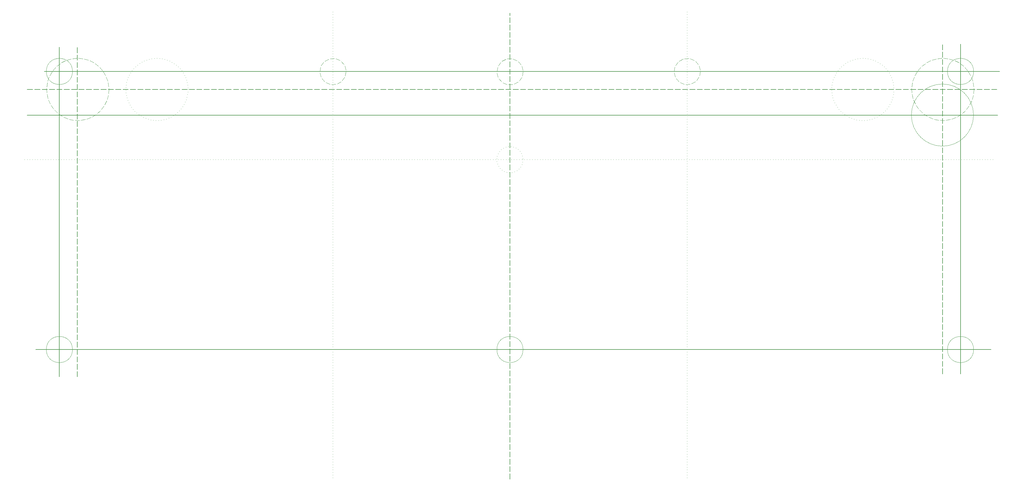
<source format=gbo>
%TF.GenerationSoftware,KiCad,Pcbnew,7.0.1-0*%
%TF.CreationDate,2023-04-15T21:16:26+09:00*%
%TF.ProjectId,Sandy_Plate_Bottom,53616e64-795f-4506-9c61-74655f426f74,v.1 (042)*%
%TF.SameCoordinates,Original*%
%TF.FileFunction,Legend,Bot*%
%TF.FilePolarity,Positive*%
%FSLAX46Y46*%
G04 Gerber Fmt 4.6, Leading zero omitted, Abs format (unit mm)*
G04 Created by KiCad (PCBNEW 7.0.1-0) date 2023-04-15 21:16:26*
%MOMM*%
%LPD*%
G01*
G04 APERTURE LIST*
%ADD10C,0.150000*%
%ADD11C,0.120000*%
%ADD12C,0.200000*%
G04 APERTURE END LIST*
D10*
X157925000Y-146500000D02*
X157925000Y-144850000D01*
X157925000Y-144250000D02*
X157925000Y-142600000D01*
X157925000Y-142000000D02*
X157925000Y-140350000D01*
X157925000Y-139750000D02*
X157925000Y-138100000D01*
X157925000Y-137500000D02*
X157925000Y-135850000D01*
X157925000Y-135250000D02*
X157925000Y-133600000D01*
X157925000Y-133000000D02*
X157925000Y-131350000D01*
X157925000Y-130750000D02*
X157925000Y-129100000D01*
X157925000Y-128500000D02*
X157925000Y-126850000D01*
X157925000Y-126250000D02*
X157925000Y-124600000D01*
X157925000Y-124000000D02*
X157925000Y-122350000D01*
X157925000Y-121750000D02*
X157925000Y-120100000D01*
X157925000Y-119500000D02*
X157925000Y-117850000D01*
X157925000Y-117250000D02*
X157925000Y-115600000D01*
X157925000Y-115000000D02*
X157925000Y-113350000D01*
X157925000Y-112750000D02*
X157925000Y-111100000D01*
X157925000Y-110500000D02*
X157925000Y-108850000D01*
X157925000Y-108250000D02*
X157925000Y-106600000D01*
X157925000Y-106000000D02*
X157925000Y-104350000D01*
X157925000Y-103750000D02*
X157925000Y-102100000D01*
X157925000Y-101500000D02*
X157925000Y-99850000D01*
X157925000Y-99250000D02*
X157925000Y-97600000D01*
X157925000Y-97000000D02*
X157925000Y-95350000D01*
X157925000Y-94750000D02*
X157925000Y-93100000D01*
X157925000Y-92500000D02*
X157925000Y-90850000D01*
X157925000Y-90250000D02*
X157925000Y-88600000D01*
X157925000Y-88000000D02*
X157925000Y-86350000D01*
X157925000Y-85750000D02*
X157925000Y-84100000D01*
X157925000Y-83500000D02*
X157925000Y-81850000D01*
X157925000Y-81250000D02*
X157925000Y-79600000D01*
X157925000Y-79000000D02*
X157925000Y-77350000D01*
X157925000Y-76750000D02*
X157925000Y-75100000D01*
X157925000Y-74500000D02*
X157925000Y-72850000D01*
X157925000Y-72250000D02*
X157925000Y-70600000D01*
X157925000Y-70000000D02*
X157925000Y-68350000D01*
X157925000Y-67750000D02*
X157925000Y-66100000D01*
X157925000Y-65500000D02*
X157925000Y-63850000D01*
X157925000Y-63250000D02*
X157925000Y-61600000D01*
X157925000Y-61000000D02*
X157925000Y-59350000D01*
X157925000Y-58750000D02*
X157925000Y-57100000D01*
X157925000Y-56500000D02*
X157925000Y-54850000D01*
X157925000Y-54250000D02*
X157925000Y-52600000D01*
X157925000Y-52000000D02*
X157925000Y-50350000D01*
X157925000Y-49750000D02*
X157925000Y-48100000D01*
X157925000Y-47500000D02*
X157925000Y-45850000D01*
X157925000Y-45250000D02*
X157925000Y-43600000D01*
X157925000Y-43000000D02*
X157925000Y-41350000D01*
X157925000Y-40750000D02*
X157925000Y-39100000D01*
X157925000Y-38500000D02*
X157925000Y-36850000D01*
X157925000Y-36250000D02*
X157925000Y-34600000D01*
X157925000Y-34000000D02*
X157925000Y-32350000D01*
X157925000Y-31750000D02*
X157925000Y-30100000D01*
X157925000Y-29500000D02*
X157925000Y-27850000D01*
X157925000Y-27250000D02*
X157925000Y-25600000D01*
X157925000Y-25000000D02*
X157925000Y-23350000D01*
X157925000Y-22750000D02*
X157925000Y-21100000D01*
X157925000Y-20500000D02*
X157925000Y-18850000D01*
X157925000Y-18250000D02*
X157925000Y-16600000D01*
X157925000Y-16000000D02*
X157925000Y-14350000D01*
X157925000Y-13750000D02*
X157925000Y-12100000D01*
X157925000Y-11500000D02*
X157925000Y-9850000D01*
X157925000Y-9250000D02*
X157925000Y-7600000D01*
X157925000Y-7000000D02*
X157925000Y-5350000D01*
X157925000Y-4750000D02*
X157925000Y-4000000D01*
X15575000Y-21875000D02*
X307575000Y-21875000D01*
X295650000Y-114300000D02*
X295650000Y-13500000D01*
X20200000Y-115200000D02*
X20200000Y-14400000D01*
D11*
X299650000Y-21875000D02*
G75*
G03*
X299650000Y-21875000I-4000000J0D01*
G01*
D12*
X59525000Y-27350000D02*
X59525000Y-27350000D01*
X59491335Y-28149054D02*
X59491335Y-28149054D01*
X59390581Y-28942446D02*
X59390581Y-28942446D01*
X59223451Y-29724552D02*
X59223451Y-29724552D01*
X58991129Y-30489828D02*
X58991129Y-30489828D01*
X58695262Y-31232853D02*
X58695262Y-31232853D01*
X58337947Y-31948358D02*
X58337947Y-31948358D01*
X57921717Y-32631274D02*
X57921717Y-32631274D01*
X57449520Y-33276760D02*
X57449520Y-33276760D01*
X56924705Y-33880242D02*
X56924705Y-33880242D01*
X56350989Y-34437443D02*
X56350989Y-34437443D01*
X55732440Y-34944413D02*
X55732440Y-34944413D01*
X55073441Y-35397560D02*
X55073441Y-35397560D01*
X54378663Y-35793672D02*
X54378663Y-35793672D01*
X53653029Y-36129943D02*
X53653029Y-36129943D01*
X52901683Y-36403987D02*
X52901683Y-36403987D01*
X52129949Y-36613864D02*
X52129949Y-36613864D01*
X51343297Y-36758086D02*
X51343297Y-36758086D01*
X50547301Y-36835631D02*
X50547301Y-36835631D01*
X49747604Y-36845949D02*
X49747604Y-36845949D01*
X48949873Y-36788967D02*
X48949873Y-36788967D01*
X48159761Y-36665089D02*
X48159761Y-36665089D01*
X47382869Y-36475193D02*
X47382869Y-36475193D01*
X46624703Y-36220624D02*
X46624703Y-36220624D01*
X45890635Y-35903188D02*
X45890635Y-35903188D01*
X45185868Y-35525133D02*
X45185868Y-35525133D01*
X44515397Y-35089139D02*
X44515397Y-35089139D01*
X43883974Y-34598296D02*
X43883974Y-34598296D01*
X43296073Y-34056083D02*
X43296073Y-34056083D01*
X42755862Y-33466342D02*
X42755862Y-33466342D01*
X42267170Y-32833254D02*
X42267170Y-32833254D01*
X41833458Y-32161304D02*
X41833458Y-32161304D01*
X41457802Y-31455256D02*
X41457802Y-31455256D01*
X41142863Y-30720112D02*
X41142863Y-30720112D01*
X40890875Y-29961084D02*
X40890875Y-29961084D01*
X40703621Y-29183551D02*
X40703621Y-29183551D01*
X40582431Y-28393023D02*
X40582431Y-28393023D01*
X40528162Y-27595103D02*
X40528162Y-27595103D01*
X40541199Y-26795445D02*
X40541199Y-26795445D01*
X40621450Y-25999718D02*
X40621450Y-25999718D01*
X40768346Y-25213561D02*
X40768346Y-25213561D01*
X40980846Y-24442545D02*
X40980846Y-24442545D01*
X41257444Y-23692135D02*
X41257444Y-23692135D01*
X41596180Y-22967648D02*
X41596180Y-22967648D01*
X41994652Y-22274221D02*
X41994652Y-22274221D01*
X42450038Y-21616767D02*
X42450038Y-21616767D01*
X42959109Y-20999945D02*
X42959109Y-20999945D01*
X43518257Y-20428128D02*
X43518257Y-20428128D01*
X44123520Y-19905368D02*
X44123520Y-19905368D01*
X44770608Y-19435369D02*
X44770608Y-19435369D01*
X45454936Y-19021463D02*
X45454936Y-19021463D01*
X46171652Y-18666584D02*
X46171652Y-18666584D01*
X46915678Y-18373245D02*
X46915678Y-18373245D01*
X47681740Y-18143527D02*
X47681740Y-18143527D01*
X48464410Y-17979057D02*
X48464410Y-17979057D01*
X49258139Y-17881001D02*
X49258139Y-17881001D01*
X50057304Y-17850054D02*
X50057304Y-17850054D01*
X50856240Y-17886436D02*
X50856240Y-17886436D01*
X51649284Y-17989887D02*
X51649284Y-17989887D01*
X52430817Y-18159676D02*
X52430817Y-18159676D01*
X53195300Y-18394599D02*
X53195300Y-18394599D01*
X53937313Y-18692991D02*
X53937313Y-18692991D01*
X54651599Y-19052737D02*
X54651599Y-19052737D01*
X55333096Y-19471287D02*
X55333096Y-19471287D01*
X55976973Y-19945675D02*
X55976973Y-19945675D01*
X56578667Y-20472540D02*
X56578667Y-20472540D01*
X57133913Y-21048147D02*
X57133913Y-21048147D01*
X57638777Y-21668416D02*
X57638777Y-21668416D01*
X58089681Y-22328952D02*
X58089681Y-22328952D01*
X58483428Y-23025074D02*
X58483428Y-23025074D01*
X58817229Y-23751847D02*
X58817229Y-23751847D01*
X59088717Y-24504121D02*
X59088717Y-24504121D01*
X59295968Y-25276564D02*
X59295968Y-25276564D01*
X59437515Y-26063702D02*
X59437515Y-26063702D01*
X59512352Y-26859957D02*
X59512352Y-26859957D01*
D10*
X10375000Y-27350000D02*
X12025000Y-27350000D01*
X12625000Y-27350000D02*
X14275000Y-27350000D01*
X14875000Y-27350000D02*
X16525000Y-27350000D01*
X17125000Y-27350000D02*
X18775000Y-27350000D01*
X19375000Y-27350000D02*
X21025000Y-27350000D01*
X21625000Y-27350000D02*
X23275000Y-27350000D01*
X23875000Y-27350000D02*
X25525000Y-27350000D01*
X26125000Y-27350000D02*
X27775000Y-27350000D01*
X28375000Y-27350000D02*
X30025000Y-27350000D01*
X30625000Y-27350000D02*
X32275000Y-27350000D01*
X32875000Y-27350000D02*
X34525000Y-27350000D01*
X35125000Y-27350000D02*
X36775000Y-27350000D01*
X37375000Y-27350000D02*
X39025000Y-27350000D01*
X39625000Y-27350000D02*
X41275000Y-27350000D01*
X41875000Y-27350000D02*
X43525000Y-27350000D01*
X44125000Y-27350000D02*
X45775000Y-27350000D01*
X46375000Y-27350000D02*
X48025000Y-27350000D01*
X48625000Y-27350000D02*
X50275000Y-27350000D01*
X50875000Y-27350000D02*
X52525000Y-27350000D01*
X53125000Y-27350000D02*
X54775000Y-27350000D01*
X55375000Y-27350000D02*
X57025000Y-27350000D01*
X57625000Y-27350000D02*
X59275000Y-27350000D01*
X59875000Y-27350000D02*
X61525000Y-27350000D01*
X62125000Y-27350000D02*
X63775000Y-27350000D01*
X64375000Y-27350000D02*
X66025000Y-27350000D01*
X66625000Y-27350000D02*
X68275000Y-27350000D01*
X68875000Y-27350000D02*
X70525000Y-27350000D01*
X71125000Y-27350000D02*
X72775000Y-27350000D01*
X73375000Y-27350000D02*
X75025000Y-27350000D01*
X75625000Y-27350000D02*
X77275000Y-27350000D01*
X77875000Y-27350000D02*
X79525000Y-27350000D01*
X80125000Y-27350000D02*
X81775000Y-27350000D01*
X82375000Y-27350000D02*
X84025000Y-27350000D01*
X84625000Y-27350000D02*
X86275000Y-27350000D01*
X86875000Y-27350000D02*
X88525000Y-27350000D01*
X89125000Y-27350000D02*
X90775000Y-27350000D01*
X91375000Y-27350000D02*
X93025000Y-27350000D01*
X93625000Y-27350000D02*
X95275000Y-27350000D01*
X95875000Y-27350000D02*
X97525000Y-27350000D01*
X98125000Y-27350000D02*
X99775000Y-27350000D01*
X100375000Y-27350000D02*
X102025000Y-27350000D01*
X102625000Y-27350000D02*
X104275000Y-27350000D01*
X104875000Y-27350000D02*
X106525000Y-27350000D01*
X107125000Y-27350000D02*
X108775000Y-27350000D01*
X109375000Y-27350000D02*
X111025000Y-27350000D01*
X111625000Y-27350000D02*
X113275000Y-27350000D01*
X113875000Y-27350000D02*
X115525000Y-27350000D01*
X116125000Y-27350000D02*
X117775000Y-27350000D01*
X118375000Y-27350000D02*
X120025000Y-27350000D01*
X120625000Y-27350000D02*
X122275000Y-27350000D01*
X122875000Y-27350000D02*
X124525000Y-27350000D01*
X125125000Y-27350000D02*
X126775000Y-27350000D01*
X127375000Y-27350000D02*
X129025000Y-27350000D01*
X129625000Y-27350000D02*
X131275000Y-27350000D01*
X131875000Y-27350000D02*
X133525000Y-27350000D01*
X134125000Y-27350000D02*
X135775000Y-27350000D01*
X136375000Y-27350000D02*
X138025000Y-27350000D01*
X138625000Y-27350000D02*
X140275000Y-27350000D01*
X140875000Y-27350000D02*
X142525000Y-27350000D01*
X143125000Y-27350000D02*
X144775000Y-27350000D01*
X145375000Y-27350000D02*
X147025000Y-27350000D01*
X147625000Y-27350000D02*
X149275000Y-27350000D01*
X149875000Y-27350000D02*
X151525000Y-27350000D01*
X152125000Y-27350000D02*
X153775000Y-27350000D01*
X154375000Y-27350000D02*
X156025000Y-27350000D01*
X156625000Y-27350000D02*
X158275000Y-27350000D01*
X158875000Y-27350000D02*
X160525000Y-27350000D01*
X161125000Y-27350000D02*
X162775000Y-27350000D01*
X163375000Y-27350000D02*
X165025000Y-27350000D01*
X165625000Y-27350000D02*
X167275000Y-27350000D01*
X167875000Y-27350000D02*
X169525000Y-27350000D01*
X170125000Y-27350000D02*
X171775000Y-27350000D01*
X172375000Y-27350000D02*
X174025000Y-27350000D01*
X174625000Y-27350000D02*
X176275000Y-27350000D01*
X176875000Y-27350000D02*
X178525000Y-27350000D01*
X179125000Y-27350000D02*
X180775000Y-27350000D01*
X181375000Y-27350000D02*
X183025000Y-27350000D01*
X183625000Y-27350000D02*
X185275000Y-27350000D01*
X185875000Y-27350000D02*
X187525000Y-27350000D01*
X188125000Y-27350000D02*
X189775000Y-27350000D01*
X190375000Y-27350000D02*
X192025000Y-27350000D01*
X192625000Y-27350000D02*
X194275000Y-27350000D01*
X194875000Y-27350000D02*
X196525000Y-27350000D01*
X197125000Y-27350000D02*
X198775000Y-27350000D01*
X199375000Y-27350000D02*
X201025000Y-27350000D01*
X201625000Y-27350000D02*
X203275000Y-27350000D01*
X203875000Y-27350000D02*
X205525000Y-27350000D01*
X206125000Y-27350000D02*
X207775000Y-27350000D01*
X208375000Y-27350000D02*
X210025000Y-27350000D01*
X210625000Y-27350000D02*
X212275000Y-27350000D01*
X212875000Y-27350000D02*
X214525000Y-27350000D01*
X215125000Y-27350000D02*
X216775000Y-27350000D01*
X217375000Y-27350000D02*
X219025000Y-27350000D01*
X219625000Y-27350000D02*
X221275000Y-27350000D01*
X221875000Y-27350000D02*
X223525000Y-27350000D01*
X224125000Y-27350000D02*
X225775000Y-27350000D01*
X226375000Y-27350000D02*
X228025000Y-27350000D01*
X228625000Y-27350000D02*
X230275000Y-27350000D01*
X230875000Y-27350000D02*
X232525000Y-27350000D01*
X233125000Y-27350000D02*
X234775000Y-27350000D01*
X235375000Y-27350000D02*
X237025000Y-27350000D01*
X237625000Y-27350000D02*
X239275000Y-27350000D01*
X239875000Y-27350000D02*
X241525000Y-27350000D01*
X242125000Y-27350000D02*
X243775000Y-27350000D01*
X244375000Y-27350000D02*
X246025000Y-27350000D01*
X246625000Y-27350000D02*
X248275000Y-27350000D01*
X248875000Y-27350000D02*
X250525000Y-27350000D01*
X251125000Y-27350000D02*
X252775000Y-27350000D01*
X253375000Y-27350000D02*
X255025000Y-27350000D01*
X255625000Y-27350000D02*
X257275000Y-27350000D01*
X257875000Y-27350000D02*
X259525000Y-27350000D01*
X260125000Y-27350000D02*
X261775000Y-27350000D01*
X262375000Y-27350000D02*
X264025000Y-27350000D01*
X264625000Y-27350000D02*
X266275000Y-27350000D01*
X266875000Y-27350000D02*
X268525000Y-27350000D01*
X269125000Y-27350000D02*
X270775000Y-27350000D01*
X271375000Y-27350000D02*
X273025000Y-27350000D01*
X273625000Y-27350000D02*
X275275000Y-27350000D01*
X275875000Y-27350000D02*
X277525000Y-27350000D01*
X278125000Y-27350000D02*
X279775000Y-27350000D01*
X280375000Y-27350000D02*
X282025000Y-27350000D01*
X282625000Y-27350000D02*
X284275000Y-27350000D01*
X284875000Y-27350000D02*
X286525000Y-27350000D01*
X287125000Y-27350000D02*
X288775000Y-27350000D01*
X289375000Y-27350000D02*
X291025000Y-27350000D01*
X291625000Y-27350000D02*
X293275000Y-27350000D01*
X293875000Y-27350000D02*
X295525000Y-27350000D01*
X296125000Y-27350000D02*
X297775000Y-27350000D01*
X298375000Y-27350000D02*
X300025000Y-27350000D01*
X300625000Y-27350000D02*
X302275000Y-27350000D01*
X302875000Y-27350000D02*
X304525000Y-27350000D01*
X305125000Y-27350000D02*
X306775000Y-27350000D01*
X25700000Y-115200000D02*
X25700000Y-113550000D01*
X25700000Y-112950000D02*
X25700000Y-111300000D01*
X25700000Y-110700000D02*
X25700000Y-109050000D01*
X25700000Y-108450000D02*
X25700000Y-106800000D01*
X25700000Y-106200000D02*
X25700000Y-104550000D01*
X25700000Y-103950000D02*
X25700000Y-102300000D01*
X25700000Y-101700000D02*
X25700000Y-100050000D01*
X25700000Y-99450000D02*
X25700000Y-97800000D01*
X25700000Y-97200000D02*
X25700000Y-95550000D01*
X25700000Y-94950000D02*
X25700000Y-93300000D01*
X25700000Y-92700000D02*
X25700000Y-91050000D01*
X25700000Y-90450000D02*
X25700000Y-88800000D01*
X25700000Y-88200000D02*
X25700000Y-86550000D01*
X25700000Y-85950000D02*
X25700000Y-84300000D01*
X25700000Y-83700000D02*
X25700000Y-82050000D01*
X25700000Y-81450000D02*
X25700000Y-79800000D01*
X25700000Y-79200000D02*
X25700000Y-77550000D01*
X25700000Y-76950000D02*
X25700000Y-75300000D01*
X25700000Y-74700000D02*
X25700000Y-73050000D01*
X25700000Y-72450000D02*
X25700000Y-70800000D01*
X25700000Y-70200000D02*
X25700000Y-68550000D01*
X25700000Y-67950000D02*
X25700000Y-66300000D01*
X25700000Y-65700000D02*
X25700000Y-64050000D01*
X25700000Y-63450000D02*
X25700000Y-61800000D01*
X25700000Y-61200000D02*
X25700000Y-59550000D01*
X25700000Y-58950000D02*
X25700000Y-57300000D01*
X25700000Y-56700000D02*
X25700000Y-55050000D01*
X25700000Y-54450000D02*
X25700000Y-52800000D01*
X25700000Y-52200000D02*
X25700000Y-50550000D01*
X25700000Y-49950000D02*
X25700000Y-48300000D01*
X25700000Y-47700000D02*
X25700000Y-46050000D01*
X25700000Y-45450000D02*
X25700000Y-43800000D01*
X25700000Y-43200000D02*
X25700000Y-41550000D01*
X25700000Y-40950000D02*
X25700000Y-39300000D01*
X25700000Y-38700000D02*
X25700000Y-37050000D01*
X25700000Y-36450000D02*
X25700000Y-34800000D01*
X25700000Y-34200000D02*
X25700000Y-32550000D01*
X25700000Y-31950000D02*
X25700000Y-30300000D01*
X25700000Y-29700000D02*
X25700000Y-28050000D01*
X25700000Y-27450000D02*
X25700000Y-25800000D01*
X25700000Y-25200000D02*
X25700000Y-23550000D01*
X25700000Y-22950000D02*
X25700000Y-21300000D01*
X25700000Y-20700000D02*
X25700000Y-19050000D01*
X25700000Y-18450000D02*
X25700000Y-16800000D01*
X25700000Y-16200000D02*
X25700000Y-14550000D01*
X290125000Y-114300000D02*
X290125000Y-112650000D01*
X290125000Y-112050000D02*
X290125000Y-110400000D01*
X290125000Y-109800000D02*
X290125000Y-108150000D01*
X290125000Y-107550000D02*
X290125000Y-105900000D01*
X290125000Y-105300000D02*
X290125000Y-103650000D01*
X290125000Y-103050000D02*
X290125000Y-101400000D01*
X290125000Y-100800000D02*
X290125000Y-99150000D01*
X290125000Y-98550000D02*
X290125000Y-96900000D01*
X290125000Y-96300000D02*
X290125000Y-94650000D01*
X290125000Y-94050000D02*
X290125000Y-92400000D01*
X290125000Y-91800000D02*
X290125000Y-90150000D01*
X290125000Y-89550000D02*
X290125000Y-87900000D01*
X290125000Y-87300000D02*
X290125000Y-85650000D01*
X290125000Y-85050000D02*
X290125000Y-83400000D01*
X290125000Y-82800000D02*
X290125000Y-81150000D01*
X290125000Y-80550000D02*
X290125000Y-78900000D01*
X290125000Y-78300000D02*
X290125000Y-76650000D01*
X290125000Y-76050000D02*
X290125000Y-74400000D01*
X290125000Y-73800000D02*
X290125000Y-72150000D01*
X290125000Y-71550000D02*
X290125000Y-69900000D01*
X290125000Y-69300000D02*
X290125000Y-67650000D01*
X290125000Y-67050000D02*
X290125000Y-65400000D01*
X290125000Y-64800000D02*
X290125000Y-63150000D01*
X290125000Y-62550000D02*
X290125000Y-60900000D01*
X290125000Y-60300000D02*
X290125000Y-58650000D01*
X290125000Y-58050000D02*
X290125000Y-56400000D01*
X290125000Y-55800000D02*
X290125000Y-54150000D01*
X290125000Y-53550000D02*
X290125000Y-51900000D01*
X290125000Y-51300000D02*
X290125000Y-49650000D01*
X290125000Y-49050000D02*
X290125000Y-47400000D01*
X290125000Y-46800000D02*
X290125000Y-45150000D01*
X290125000Y-44550000D02*
X290125000Y-42900000D01*
X290125000Y-42300000D02*
X290125000Y-40650000D01*
X290125000Y-40050000D02*
X290125000Y-38400000D01*
X290125000Y-37800000D02*
X290125000Y-36150000D01*
X290125000Y-35550000D02*
X290125000Y-33900000D01*
X290125000Y-33300000D02*
X290125000Y-31650000D01*
X290125000Y-31050000D02*
X290125000Y-29400000D01*
X290125000Y-28800000D02*
X290125000Y-27150000D01*
X290125000Y-26550000D02*
X290125000Y-24900000D01*
X290125000Y-24300000D02*
X290125000Y-22650000D01*
X290125000Y-22050000D02*
X290125000Y-20400000D01*
X290125000Y-19800000D02*
X290125000Y-18150000D01*
X290125000Y-17550000D02*
X290125000Y-15900000D01*
X290125000Y-15300000D02*
X290125000Y-13650000D01*
X10375000Y-35225000D02*
X307025000Y-35225000D01*
D11*
X299625000Y-35225000D02*
G75*
G03*
X299625000Y-35225000I-9500000J0D01*
G01*
X24200000Y-106900000D02*
G75*
G03*
X24200000Y-106900000I-4000000J0D01*
G01*
D10*
X13000000Y-106900000D02*
X305000000Y-106900000D01*
D11*
X299711697Y-27341705D02*
X299620139Y-28657461D01*
X299541680Y-29130954D02*
X299203948Y-30405919D01*
X299037715Y-30856160D02*
X298465898Y-32044699D01*
X298217840Y-32455574D02*
X297432405Y-33515145D01*
X297111402Y-33871947D02*
X296140462Y-34764625D01*
X295758002Y-35054583D02*
X294636310Y-35748416D01*
X294206083Y-35961152D02*
X292973787Y-36431306D01*
X292511194Y-36559205D02*
X291212402Y-36788852D01*
X290733998Y-36827336D02*
X289415198Y-36808256D01*
X288938108Y-36755948D02*
X287646503Y-36488823D01*
X287187803Y-36347595D02*
X285969624Y-35841988D01*
X285545732Y-35616895D02*
X284444582Y-34890902D01*
X284070671Y-34590001D02*
X283125962Y-33669608D01*
X282815415Y-33303669D02*
X282060961Y-32221819D01*
X281824894Y-31803940D02*
X281287700Y-30599356D01*
X281134562Y-30144494D02*
X280833856Y-28860292D01*
X280769128Y-28384728D02*
X280715673Y-27066873D01*
X280741672Y-26587629D02*
X280937381Y-25283291D01*
X281053176Y-24817520D02*
X281491044Y-23573386D01*
X281692492Y-23137760D02*
X282356846Y-21998361D01*
X282636735Y-21608472D02*
X283503797Y-20614589D01*
X283852109Y-20284393D02*
X284890843Y-19471602D01*
X285295112Y-19212917D02*
X286468339Y-18610309D01*
X286914094Y-18432394D02*
X288179821Y-18061539D01*
X288651107Y-17970762D02*
X289964029Y-17844933D01*
X290443978Y-17844545D02*
X291757103Y-17968246D01*
X292228535Y-18058259D02*
X293494861Y-18427063D01*
X293940904Y-18604256D02*
X295115106Y-19204962D01*
X295519793Y-19462992D02*
X296559843Y-20274099D01*
X296908689Y-20603731D02*
X297777360Y-21596207D01*
X298057880Y-21985642D02*
X298724080Y-23123964D01*
X298926232Y-23559263D02*
X299366115Y-24802686D01*
X299482665Y-25268269D02*
X299680487Y-26572288D01*
X299707263Y-27051489D02*
X299711697Y-27341705D01*
X35286697Y-27341705D02*
X35195139Y-28657461D01*
X35116680Y-29130954D02*
X34778948Y-30405919D01*
X34612715Y-30856160D02*
X34040898Y-32044699D01*
X33792840Y-32455574D02*
X33007405Y-33515145D01*
X32686402Y-33871947D02*
X31715462Y-34764625D01*
X31333002Y-35054583D02*
X30211310Y-35748416D01*
X29781083Y-35961152D02*
X28548787Y-36431306D01*
X28086194Y-36559205D02*
X26787402Y-36788852D01*
X26308998Y-36827336D02*
X24990198Y-36808256D01*
X24513108Y-36755948D02*
X23221503Y-36488823D01*
X22762803Y-36347595D02*
X21544624Y-35841988D01*
X21120732Y-35616895D02*
X20019582Y-34890902D01*
X19645671Y-34590001D02*
X18700962Y-33669608D01*
X18390415Y-33303669D02*
X17635961Y-32221819D01*
X17399894Y-31803940D02*
X16862700Y-30599356D01*
X16709562Y-30144494D02*
X16408856Y-28860292D01*
X16344128Y-28384728D02*
X16290673Y-27066873D01*
X16316672Y-26587629D02*
X16512381Y-25283291D01*
X16628176Y-24817520D02*
X17066044Y-23573386D01*
X17267492Y-23137760D02*
X17931846Y-21998361D01*
X18211735Y-21608472D02*
X19078797Y-20614589D01*
X19427109Y-20284393D02*
X20465843Y-19471602D01*
X20870112Y-19212917D02*
X22043339Y-18610309D01*
X22489094Y-18432394D02*
X23754821Y-18061539D01*
X24226107Y-17970762D02*
X25539029Y-17844933D01*
X26018978Y-17844545D02*
X27332103Y-17968246D01*
X27803535Y-18058259D02*
X29069861Y-18427063D01*
X29515904Y-18604256D02*
X30690106Y-19204962D01*
X31094793Y-19462992D02*
X32134843Y-20274099D01*
X32483689Y-20603731D02*
X33352360Y-21596207D01*
X33632880Y-21985642D02*
X34299080Y-23123964D01*
X34501232Y-23559263D02*
X34941115Y-24802686D01*
X35057665Y-25268269D02*
X35255487Y-26572288D01*
X35282263Y-27051489D02*
X35286697Y-27341705D01*
D12*
X103792505Y-146071875D02*
X103792505Y-146071875D01*
X103792505Y-145271875D02*
X103792505Y-145271875D01*
X103792505Y-144471875D02*
X103792505Y-144471875D01*
X103792505Y-143671875D02*
X103792505Y-143671875D01*
X103792505Y-142871875D02*
X103792505Y-142871875D01*
X103792505Y-142071875D02*
X103792505Y-142071875D01*
X103792505Y-141271875D02*
X103792505Y-141271875D01*
X103792505Y-140471875D02*
X103792505Y-140471875D01*
X103792505Y-139671875D02*
X103792505Y-139671875D01*
X103792505Y-138871875D02*
X103792505Y-138871875D01*
X103792505Y-138071875D02*
X103792505Y-138071875D01*
X103792505Y-137271875D02*
X103792505Y-137271875D01*
X103792505Y-136471875D02*
X103792505Y-136471875D01*
X103792505Y-135671875D02*
X103792505Y-135671875D01*
X103792505Y-134871875D02*
X103792505Y-134871875D01*
X103792505Y-134071875D02*
X103792505Y-134071875D01*
X103792505Y-133271875D02*
X103792505Y-133271875D01*
X103792505Y-132471875D02*
X103792505Y-132471875D01*
X103792505Y-131671875D02*
X103792505Y-131671875D01*
X103792505Y-130871875D02*
X103792505Y-130871875D01*
X103792505Y-130071875D02*
X103792505Y-130071875D01*
X103792505Y-129271875D02*
X103792505Y-129271875D01*
X103792505Y-128471875D02*
X103792505Y-128471875D01*
X103792505Y-127671875D02*
X103792505Y-127671875D01*
X103792505Y-126871875D02*
X103792505Y-126871875D01*
X103792505Y-126071875D02*
X103792505Y-126071875D01*
X103792505Y-125271875D02*
X103792505Y-125271875D01*
X103792505Y-124471875D02*
X103792505Y-124471875D01*
X103792505Y-123671875D02*
X103792505Y-123671875D01*
X103792505Y-122871875D02*
X103792505Y-122871875D01*
X103792505Y-122071875D02*
X103792505Y-122071875D01*
X103792505Y-121271875D02*
X103792505Y-121271875D01*
X103792505Y-120471875D02*
X103792505Y-120471875D01*
X103792505Y-119671875D02*
X103792505Y-119671875D01*
X103792505Y-118871875D02*
X103792505Y-118871875D01*
X103792505Y-118071875D02*
X103792505Y-118071875D01*
X103792505Y-117271875D02*
X103792505Y-117271875D01*
X103792505Y-116471875D02*
X103792505Y-116471875D01*
X103792505Y-115671875D02*
X103792505Y-115671875D01*
X103792505Y-114871875D02*
X103792505Y-114871875D01*
X103792505Y-114071875D02*
X103792505Y-114071875D01*
X103792505Y-113271875D02*
X103792505Y-113271875D01*
X103792505Y-112471875D02*
X103792505Y-112471875D01*
X103792505Y-111671875D02*
X103792505Y-111671875D01*
X103792505Y-110871875D02*
X103792505Y-110871875D01*
X103792505Y-110071875D02*
X103792505Y-110071875D01*
X103792505Y-109271875D02*
X103792505Y-109271875D01*
X103792505Y-108471875D02*
X103792505Y-108471875D01*
X103792505Y-107671875D02*
X103792505Y-107671875D01*
X103792505Y-106871875D02*
X103792505Y-106871875D01*
X103792505Y-106071875D02*
X103792505Y-106071875D01*
X103792505Y-105271875D02*
X103792505Y-105271875D01*
X103792505Y-104471875D02*
X103792505Y-104471875D01*
X103792505Y-103671875D02*
X103792505Y-103671875D01*
X103792505Y-102871875D02*
X103792505Y-102871875D01*
X103792505Y-102071875D02*
X103792505Y-102071875D01*
X103792505Y-101271875D02*
X103792505Y-101271875D01*
X103792505Y-100471875D02*
X103792505Y-100471875D01*
X103792505Y-99671875D02*
X103792505Y-99671875D01*
X103792505Y-98871875D02*
X103792505Y-98871875D01*
X103792505Y-98071875D02*
X103792505Y-98071875D01*
X103792505Y-97271875D02*
X103792505Y-97271875D01*
X103792505Y-96471875D02*
X103792505Y-96471875D01*
X103792505Y-95671875D02*
X103792505Y-95671875D01*
X103792505Y-94871875D02*
X103792505Y-94871875D01*
X103792505Y-94071875D02*
X103792505Y-94071875D01*
X103792505Y-93271875D02*
X103792505Y-93271875D01*
X103792505Y-92471875D02*
X103792505Y-92471875D01*
X103792505Y-91671875D02*
X103792505Y-91671875D01*
X103792505Y-90871875D02*
X103792505Y-90871875D01*
X103792505Y-90071875D02*
X103792505Y-90071875D01*
X103792505Y-89271875D02*
X103792505Y-89271875D01*
X103792505Y-88471875D02*
X103792505Y-88471875D01*
X103792505Y-87671875D02*
X103792505Y-87671875D01*
X103792505Y-86871875D02*
X103792505Y-86871875D01*
X103792505Y-86071875D02*
X103792505Y-86071875D01*
X103792505Y-85271875D02*
X103792505Y-85271875D01*
X103792505Y-84471875D02*
X103792505Y-84471875D01*
X103792505Y-83671875D02*
X103792505Y-83671875D01*
X103792505Y-82871875D02*
X103792505Y-82871875D01*
X103792505Y-82071875D02*
X103792505Y-82071875D01*
X103792505Y-81271875D02*
X103792505Y-81271875D01*
X103792505Y-80471875D02*
X103792505Y-80471875D01*
X103792505Y-79671875D02*
X103792505Y-79671875D01*
X103792505Y-78871875D02*
X103792505Y-78871875D01*
X103792505Y-78071875D02*
X103792505Y-78071875D01*
X103792505Y-77271875D02*
X103792505Y-77271875D01*
X103792505Y-76471875D02*
X103792505Y-76471875D01*
X103792505Y-75671875D02*
X103792505Y-75671875D01*
X103792505Y-74871875D02*
X103792505Y-74871875D01*
X103792505Y-74071875D02*
X103792505Y-74071875D01*
X103792505Y-73271875D02*
X103792505Y-73271875D01*
X103792505Y-72471875D02*
X103792505Y-72471875D01*
X103792505Y-71671875D02*
X103792505Y-71671875D01*
X103792505Y-70871875D02*
X103792505Y-70871875D01*
X103792505Y-70071875D02*
X103792505Y-70071875D01*
X103792505Y-69271875D02*
X103792505Y-69271875D01*
X103792505Y-68471875D02*
X103792505Y-68471875D01*
X103792505Y-67671875D02*
X103792505Y-67671875D01*
X103792505Y-66871875D02*
X103792505Y-66871875D01*
X103792505Y-66071875D02*
X103792505Y-66071875D01*
X103792505Y-65271875D02*
X103792505Y-65271875D01*
X103792505Y-64471875D02*
X103792505Y-64471875D01*
X103792505Y-63671875D02*
X103792505Y-63671875D01*
X103792505Y-62871875D02*
X103792505Y-62871875D01*
X103792505Y-62071875D02*
X103792505Y-62071875D01*
X103792505Y-61271875D02*
X103792505Y-61271875D01*
X103792505Y-60471875D02*
X103792505Y-60471875D01*
X103792505Y-59671875D02*
X103792505Y-59671875D01*
X103792505Y-58871875D02*
X103792505Y-58871875D01*
X103792505Y-58071875D02*
X103792505Y-58071875D01*
X103792505Y-57271875D02*
X103792505Y-57271875D01*
X103792505Y-56471875D02*
X103792505Y-56471875D01*
X103792505Y-55671875D02*
X103792505Y-55671875D01*
X103792505Y-54871875D02*
X103792505Y-54871875D01*
X103792505Y-54071875D02*
X103792505Y-54071875D01*
X103792505Y-53271875D02*
X103792505Y-53271875D01*
X103792505Y-52471875D02*
X103792505Y-52471875D01*
X103792505Y-51671875D02*
X103792505Y-51671875D01*
X103792505Y-50871875D02*
X103792505Y-50871875D01*
X103792505Y-50071875D02*
X103792505Y-50071875D01*
X103792505Y-49271875D02*
X103792505Y-49271875D01*
X103792505Y-48471875D02*
X103792505Y-48471875D01*
X103792505Y-47671875D02*
X103792505Y-47671875D01*
X103792505Y-46871875D02*
X103792505Y-46871875D01*
X103792505Y-46071875D02*
X103792505Y-46071875D01*
X103792505Y-45271875D02*
X103792505Y-45271875D01*
X103792505Y-44471875D02*
X103792505Y-44471875D01*
X103792505Y-43671875D02*
X103792505Y-43671875D01*
X103792505Y-42871875D02*
X103792505Y-42871875D01*
X103792505Y-42071875D02*
X103792505Y-42071875D01*
X103792505Y-41271875D02*
X103792505Y-41271875D01*
X103792505Y-40471875D02*
X103792505Y-40471875D01*
X103792505Y-39671875D02*
X103792505Y-39671875D01*
X103792505Y-38871875D02*
X103792505Y-38871875D01*
X103792505Y-38071875D02*
X103792505Y-38071875D01*
X103792505Y-37271875D02*
X103792505Y-37271875D01*
X103792505Y-36471875D02*
X103792505Y-36471875D01*
X103792505Y-35671875D02*
X103792505Y-35671875D01*
X103792505Y-34871875D02*
X103792505Y-34871875D01*
X103792505Y-34071875D02*
X103792505Y-34071875D01*
X103792505Y-33271875D02*
X103792505Y-33271875D01*
X103792505Y-32471875D02*
X103792505Y-32471875D01*
X103792505Y-31671875D02*
X103792505Y-31671875D01*
X103792505Y-30871875D02*
X103792505Y-30871875D01*
X103792505Y-30071875D02*
X103792505Y-30071875D01*
X103792505Y-29271875D02*
X103792505Y-29271875D01*
X103792505Y-28471875D02*
X103792505Y-28471875D01*
X103792505Y-27671875D02*
X103792505Y-27671875D01*
X103792505Y-26871875D02*
X103792505Y-26871875D01*
X103792505Y-26071875D02*
X103792505Y-26071875D01*
X103792505Y-25271875D02*
X103792505Y-25271875D01*
X103792505Y-24471875D02*
X103792505Y-24471875D01*
X103792505Y-23671875D02*
X103792505Y-23671875D01*
X103792505Y-22871875D02*
X103792505Y-22871875D01*
X103792505Y-22071875D02*
X103792505Y-22071875D01*
X103792505Y-21271875D02*
X103792505Y-21271875D01*
X103792505Y-20471875D02*
X103792505Y-20471875D01*
X103792505Y-19671875D02*
X103792505Y-19671875D01*
X103792505Y-18871875D02*
X103792505Y-18871875D01*
X103792505Y-18071875D02*
X103792505Y-18071875D01*
X103792505Y-17271875D02*
X103792505Y-17271875D01*
X103792505Y-16471875D02*
X103792505Y-16471875D01*
X103792505Y-15671875D02*
X103792505Y-15671875D01*
X103792505Y-14871875D02*
X103792505Y-14871875D01*
X103792505Y-14071875D02*
X103792505Y-14071875D01*
X103792505Y-13271875D02*
X103792505Y-13271875D01*
X103792505Y-12471875D02*
X103792505Y-12471875D01*
X103792505Y-11671875D02*
X103792505Y-11671875D01*
X103792505Y-10871875D02*
X103792505Y-10871875D01*
X103792505Y-10071875D02*
X103792505Y-10071875D01*
X103792505Y-9271875D02*
X103792505Y-9271875D01*
X103792505Y-8471875D02*
X103792505Y-8471875D01*
X103792505Y-7671875D02*
X103792505Y-7671875D01*
X103792505Y-6871875D02*
X103792505Y-6871875D01*
X103792505Y-6071875D02*
X103792505Y-6071875D01*
X103792505Y-5271875D02*
X103792505Y-5271875D01*
X103792505Y-4471875D02*
X103792505Y-4471875D01*
X103792505Y-3671875D02*
X103792505Y-3671875D01*
D11*
X24200000Y-21875000D02*
G75*
G03*
X24200000Y-21875000I-4000000J0D01*
G01*
D12*
X161919253Y-48800000D02*
X161919253Y-48800000D01*
X161839519Y-49594677D02*
X161839519Y-49594677D01*
X161603496Y-50357673D02*
X161603496Y-50357673D01*
X161220595Y-51058569D02*
X161220595Y-51058569D01*
X160706079Y-51669424D02*
X160706079Y-51669424D01*
X160080462Y-52165883D02*
X160080462Y-52165883D01*
X159368684Y-52528156D02*
X159368684Y-52528156D01*
X158599121Y-52741798D02*
X158599121Y-52741798D01*
X157802454Y-52798294D02*
X157802454Y-52798294D01*
X157010444Y-52695390D02*
X157010444Y-52695390D01*
X156254665Y-52437189D02*
X156254665Y-52437189D01*
X155565248Y-52033985D02*
X155565248Y-52033985D01*
X154969678Y-51501852D02*
X154969678Y-51501852D01*
X154491697Y-50862005D02*
X154491697Y-50862005D01*
X154150363Y-50139952D02*
X154150363Y-50139952D01*
X153959283Y-49364480D02*
X153959283Y-49364480D01*
X153926073Y-48566503D02*
X153926073Y-48566503D01*
X154052060Y-47777835D02*
X154052060Y-47777835D01*
X154332219Y-47029918D02*
X154332219Y-47029918D01*
X154755382Y-46352568D02*
X154755382Y-46352568D01*
X155304678Y-45772790D02*
X155304678Y-45772790D01*
X155958209Y-45313696D02*
X155958209Y-45313696D01*
X156689921Y-44993591D02*
X156689921Y-44993591D01*
X157470642Y-44825235D02*
X157470642Y-44825235D01*
X158269248Y-44815341D02*
X158269248Y-44815341D01*
X159053901Y-44964302D02*
X159053901Y-44964302D01*
X159793319Y-45266181D02*
X159793319Y-45266181D01*
X160458024Y-45708942D02*
X160458024Y-45708942D01*
X161021516Y-46274933D02*
X161021516Y-46274933D01*
X161461331Y-46941591D02*
X161461331Y-46941591D01*
X161759934Y-47682338D02*
X161759934Y-47682338D01*
X161905421Y-48467642D02*
X161905421Y-48467642D01*
D11*
X216094253Y-21860000D02*
X215878422Y-23156172D01*
X215696041Y-23599862D02*
X214937907Y-24673117D01*
X214580692Y-24993307D02*
X213431203Y-25629955D01*
X212970279Y-25762893D02*
X211658305Y-25836172D01*
X211185444Y-25755390D02*
X209972207Y-25250711D01*
X209581558Y-24972292D02*
X208708620Y-23990139D01*
X208477964Y-23569519D02*
X208119133Y-22305444D01*
X208094394Y-21826371D02*
X208321114Y-20532059D01*
X208507219Y-20089918D02*
X209274349Y-19023074D01*
X209634243Y-18705898D02*
X210789044Y-18078937D01*
X211251069Y-17949879D02*
X212563613Y-17887632D01*
X213035778Y-17972387D02*
X214244729Y-18487249D01*
X214633024Y-18768942D02*
X215497674Y-19758399D01*
X215724786Y-20180943D02*
X216072977Y-21447990D01*
X107792505Y-21900000D02*
X107576674Y-23196172D01*
X107394293Y-23639862D02*
X106636159Y-24713117D01*
X106278944Y-25033307D02*
X105129455Y-25669955D01*
X104668531Y-25802893D02*
X103356557Y-25876172D01*
X102883696Y-25795390D02*
X101670459Y-25290711D01*
X101279810Y-25012292D02*
X100406872Y-24030139D01*
X100176216Y-23609519D02*
X99817385Y-22345444D01*
X99792646Y-21866371D02*
X100019366Y-20572059D01*
X100205471Y-20129918D02*
X100972601Y-19063074D01*
X101332495Y-18745898D02*
X102487296Y-18118937D01*
X102949321Y-17989879D02*
X104261865Y-17927632D01*
X104734030Y-18012387D02*
X105942981Y-18527249D01*
X106331276Y-18808942D02*
X107195926Y-19798399D01*
X107423038Y-20220943D02*
X107771229Y-21487990D01*
D12*
X212094253Y-146071875D02*
X212094253Y-146071875D01*
X212094253Y-145271875D02*
X212094253Y-145271875D01*
X212094253Y-144471875D02*
X212094253Y-144471875D01*
X212094253Y-143671875D02*
X212094253Y-143671875D01*
X212094253Y-142871875D02*
X212094253Y-142871875D01*
X212094253Y-142071875D02*
X212094253Y-142071875D01*
X212094253Y-141271875D02*
X212094253Y-141271875D01*
X212094253Y-140471875D02*
X212094253Y-140471875D01*
X212094253Y-139671875D02*
X212094253Y-139671875D01*
X212094253Y-138871875D02*
X212094253Y-138871875D01*
X212094253Y-138071875D02*
X212094253Y-138071875D01*
X212094253Y-137271875D02*
X212094253Y-137271875D01*
X212094253Y-136471875D02*
X212094253Y-136471875D01*
X212094253Y-135671875D02*
X212094253Y-135671875D01*
X212094253Y-134871875D02*
X212094253Y-134871875D01*
X212094253Y-134071875D02*
X212094253Y-134071875D01*
X212094253Y-133271875D02*
X212094253Y-133271875D01*
X212094253Y-132471875D02*
X212094253Y-132471875D01*
X212094253Y-131671875D02*
X212094253Y-131671875D01*
X212094253Y-130871875D02*
X212094253Y-130871875D01*
X212094253Y-130071875D02*
X212094253Y-130071875D01*
X212094253Y-129271875D02*
X212094253Y-129271875D01*
X212094253Y-128471875D02*
X212094253Y-128471875D01*
X212094253Y-127671875D02*
X212094253Y-127671875D01*
X212094253Y-126871875D02*
X212094253Y-126871875D01*
X212094253Y-126071875D02*
X212094253Y-126071875D01*
X212094253Y-125271875D02*
X212094253Y-125271875D01*
X212094253Y-124471875D02*
X212094253Y-124471875D01*
X212094253Y-123671875D02*
X212094253Y-123671875D01*
X212094253Y-122871875D02*
X212094253Y-122871875D01*
X212094253Y-122071875D02*
X212094253Y-122071875D01*
X212094253Y-121271875D02*
X212094253Y-121271875D01*
X212094253Y-120471875D02*
X212094253Y-120471875D01*
X212094253Y-119671875D02*
X212094253Y-119671875D01*
X212094253Y-118871875D02*
X212094253Y-118871875D01*
X212094253Y-118071875D02*
X212094253Y-118071875D01*
X212094253Y-117271875D02*
X212094253Y-117271875D01*
X212094253Y-116471875D02*
X212094253Y-116471875D01*
X212094253Y-115671875D02*
X212094253Y-115671875D01*
X212094253Y-114871875D02*
X212094253Y-114871875D01*
X212094253Y-114071875D02*
X212094253Y-114071875D01*
X212094253Y-113271875D02*
X212094253Y-113271875D01*
X212094253Y-112471875D02*
X212094253Y-112471875D01*
X212094253Y-111671875D02*
X212094253Y-111671875D01*
X212094253Y-110871875D02*
X212094253Y-110871875D01*
X212094253Y-110071875D02*
X212094253Y-110071875D01*
X212094253Y-109271875D02*
X212094253Y-109271875D01*
X212094253Y-108471875D02*
X212094253Y-108471875D01*
X212094253Y-107671875D02*
X212094253Y-107671875D01*
X212094253Y-106871875D02*
X212094253Y-106871875D01*
X212094253Y-106071875D02*
X212094253Y-106071875D01*
X212094253Y-105271875D02*
X212094253Y-105271875D01*
X212094253Y-104471875D02*
X212094253Y-104471875D01*
X212094253Y-103671875D02*
X212094253Y-103671875D01*
X212094253Y-102871875D02*
X212094253Y-102871875D01*
X212094253Y-102071875D02*
X212094253Y-102071875D01*
X212094253Y-101271875D02*
X212094253Y-101271875D01*
X212094253Y-100471875D02*
X212094253Y-100471875D01*
X212094253Y-99671875D02*
X212094253Y-99671875D01*
X212094253Y-98871875D02*
X212094253Y-98871875D01*
X212094253Y-98071875D02*
X212094253Y-98071875D01*
X212094253Y-97271875D02*
X212094253Y-97271875D01*
X212094253Y-96471875D02*
X212094253Y-96471875D01*
X212094253Y-95671875D02*
X212094253Y-95671875D01*
X212094253Y-94871875D02*
X212094253Y-94871875D01*
X212094253Y-94071875D02*
X212094253Y-94071875D01*
X212094253Y-93271875D02*
X212094253Y-93271875D01*
X212094253Y-92471875D02*
X212094253Y-92471875D01*
X212094253Y-91671875D02*
X212094253Y-91671875D01*
X212094253Y-90871875D02*
X212094253Y-90871875D01*
X212094253Y-90071875D02*
X212094253Y-90071875D01*
X212094253Y-89271875D02*
X212094253Y-89271875D01*
X212094253Y-88471875D02*
X212094253Y-88471875D01*
X212094253Y-87671875D02*
X212094253Y-87671875D01*
X212094253Y-86871875D02*
X212094253Y-86871875D01*
X212094253Y-86071875D02*
X212094253Y-86071875D01*
X212094253Y-85271875D02*
X212094253Y-85271875D01*
X212094253Y-84471875D02*
X212094253Y-84471875D01*
X212094253Y-83671875D02*
X212094253Y-83671875D01*
X212094253Y-82871875D02*
X212094253Y-82871875D01*
X212094253Y-82071875D02*
X212094253Y-82071875D01*
X212094253Y-81271875D02*
X212094253Y-81271875D01*
X212094253Y-80471875D02*
X212094253Y-80471875D01*
X212094253Y-79671875D02*
X212094253Y-79671875D01*
X212094253Y-78871875D02*
X212094253Y-78871875D01*
X212094253Y-78071875D02*
X212094253Y-78071875D01*
X212094253Y-77271875D02*
X212094253Y-77271875D01*
X212094253Y-76471875D02*
X212094253Y-76471875D01*
X212094253Y-75671875D02*
X212094253Y-75671875D01*
X212094253Y-74871875D02*
X212094253Y-74871875D01*
X212094253Y-74071875D02*
X212094253Y-74071875D01*
X212094253Y-73271875D02*
X212094253Y-73271875D01*
X212094253Y-72471875D02*
X212094253Y-72471875D01*
X212094253Y-71671875D02*
X212094253Y-71671875D01*
X212094253Y-70871875D02*
X212094253Y-70871875D01*
X212094253Y-70071875D02*
X212094253Y-70071875D01*
X212094253Y-69271875D02*
X212094253Y-69271875D01*
X212094253Y-68471875D02*
X212094253Y-68471875D01*
X212094253Y-67671875D02*
X212094253Y-67671875D01*
X212094253Y-66871875D02*
X212094253Y-66871875D01*
X212094253Y-66071875D02*
X212094253Y-66071875D01*
X212094253Y-65271875D02*
X212094253Y-65271875D01*
X212094253Y-64471875D02*
X212094253Y-64471875D01*
X212094253Y-63671875D02*
X212094253Y-63671875D01*
X212094253Y-62871875D02*
X212094253Y-62871875D01*
X212094253Y-62071875D02*
X212094253Y-62071875D01*
X212094253Y-61271875D02*
X212094253Y-61271875D01*
X212094253Y-60471875D02*
X212094253Y-60471875D01*
X212094253Y-59671875D02*
X212094253Y-59671875D01*
X212094253Y-58871875D02*
X212094253Y-58871875D01*
X212094253Y-58071875D02*
X212094253Y-58071875D01*
X212094253Y-57271875D02*
X212094253Y-57271875D01*
X212094253Y-56471875D02*
X212094253Y-56471875D01*
X212094253Y-55671875D02*
X212094253Y-55671875D01*
X212094253Y-54871875D02*
X212094253Y-54871875D01*
X212094253Y-54071875D02*
X212094253Y-54071875D01*
X212094253Y-53271875D02*
X212094253Y-53271875D01*
X212094253Y-52471875D02*
X212094253Y-52471875D01*
X212094253Y-51671875D02*
X212094253Y-51671875D01*
X212094253Y-50871875D02*
X212094253Y-50871875D01*
X212094253Y-50071875D02*
X212094253Y-50071875D01*
X212094253Y-49271875D02*
X212094253Y-49271875D01*
X212094253Y-48471875D02*
X212094253Y-48471875D01*
X212094253Y-47671875D02*
X212094253Y-47671875D01*
X212094253Y-46871875D02*
X212094253Y-46871875D01*
X212094253Y-46071875D02*
X212094253Y-46071875D01*
X212094253Y-45271875D02*
X212094253Y-45271875D01*
X212094253Y-44471875D02*
X212094253Y-44471875D01*
X212094253Y-43671875D02*
X212094253Y-43671875D01*
X212094253Y-42871875D02*
X212094253Y-42871875D01*
X212094253Y-42071875D02*
X212094253Y-42071875D01*
X212094253Y-41271875D02*
X212094253Y-41271875D01*
X212094253Y-40471875D02*
X212094253Y-40471875D01*
X212094253Y-39671875D02*
X212094253Y-39671875D01*
X212094253Y-38871875D02*
X212094253Y-38871875D01*
X212094253Y-38071875D02*
X212094253Y-38071875D01*
X212094253Y-37271875D02*
X212094253Y-37271875D01*
X212094253Y-36471875D02*
X212094253Y-36471875D01*
X212094253Y-35671875D02*
X212094253Y-35671875D01*
X212094253Y-34871875D02*
X212094253Y-34871875D01*
X212094253Y-34071875D02*
X212094253Y-34071875D01*
X212094253Y-33271875D02*
X212094253Y-33271875D01*
X212094253Y-32471875D02*
X212094253Y-32471875D01*
X212094253Y-31671875D02*
X212094253Y-31671875D01*
X212094253Y-30871875D02*
X212094253Y-30871875D01*
X212094253Y-30071875D02*
X212094253Y-30071875D01*
X212094253Y-29271875D02*
X212094253Y-29271875D01*
X212094253Y-28471875D02*
X212094253Y-28471875D01*
X212094253Y-27671875D02*
X212094253Y-27671875D01*
X212094253Y-26871875D02*
X212094253Y-26871875D01*
X212094253Y-26071875D02*
X212094253Y-26071875D01*
X212094253Y-25271875D02*
X212094253Y-25271875D01*
X212094253Y-24471875D02*
X212094253Y-24471875D01*
X212094253Y-23671875D02*
X212094253Y-23671875D01*
X212094253Y-22871875D02*
X212094253Y-22871875D01*
X212094253Y-22071875D02*
X212094253Y-22071875D01*
X212094253Y-21271875D02*
X212094253Y-21271875D01*
X212094253Y-20471875D02*
X212094253Y-20471875D01*
X212094253Y-19671875D02*
X212094253Y-19671875D01*
X212094253Y-18871875D02*
X212094253Y-18871875D01*
X212094253Y-18071875D02*
X212094253Y-18071875D01*
X212094253Y-17271875D02*
X212094253Y-17271875D01*
X212094253Y-16471875D02*
X212094253Y-16471875D01*
X212094253Y-15671875D02*
X212094253Y-15671875D01*
X212094253Y-14871875D02*
X212094253Y-14871875D01*
X212094253Y-14071875D02*
X212094253Y-14071875D01*
X212094253Y-13271875D02*
X212094253Y-13271875D01*
X212094253Y-12471875D02*
X212094253Y-12471875D01*
X212094253Y-11671875D02*
X212094253Y-11671875D01*
X212094253Y-10871875D02*
X212094253Y-10871875D01*
X212094253Y-10071875D02*
X212094253Y-10071875D01*
X212094253Y-9271875D02*
X212094253Y-9271875D01*
X212094253Y-8471875D02*
X212094253Y-8471875D01*
X212094253Y-7671875D02*
X212094253Y-7671875D01*
X212094253Y-6871875D02*
X212094253Y-6871875D01*
X212094253Y-6071875D02*
X212094253Y-6071875D01*
X212094253Y-5271875D02*
X212094253Y-5271875D01*
X212094253Y-4471875D02*
X212094253Y-4471875D01*
X212094253Y-3671875D02*
X212094253Y-3671875D01*
D11*
X161925000Y-106900000D02*
G75*
G03*
X161925000Y-106900000I-4000000J0D01*
G01*
D12*
X9594253Y-48800000D02*
X9594253Y-48800000D01*
X10394253Y-48800000D02*
X10394253Y-48800000D01*
X11194253Y-48800000D02*
X11194253Y-48800000D01*
X11994253Y-48800000D02*
X11994253Y-48800000D01*
X12794253Y-48800000D02*
X12794253Y-48800000D01*
X13594253Y-48800000D02*
X13594253Y-48800000D01*
X14394253Y-48800000D02*
X14394253Y-48800000D01*
X15194253Y-48800000D02*
X15194253Y-48800000D01*
X15994253Y-48800000D02*
X15994253Y-48800000D01*
X16794253Y-48800000D02*
X16794253Y-48800000D01*
X17594253Y-48800000D02*
X17594253Y-48800000D01*
X18394253Y-48800000D02*
X18394253Y-48800000D01*
X19194253Y-48800000D02*
X19194253Y-48800000D01*
X19994253Y-48800000D02*
X19994253Y-48800000D01*
X20794253Y-48800000D02*
X20794253Y-48800000D01*
X21594253Y-48800000D02*
X21594253Y-48800000D01*
X22394253Y-48800000D02*
X22394253Y-48800000D01*
X23194253Y-48800000D02*
X23194253Y-48800000D01*
X23994253Y-48800000D02*
X23994253Y-48800000D01*
X24794253Y-48800000D02*
X24794253Y-48800000D01*
X25594253Y-48800000D02*
X25594253Y-48800000D01*
X26394253Y-48800000D02*
X26394253Y-48800000D01*
X27194253Y-48800000D02*
X27194253Y-48800000D01*
X27994253Y-48800000D02*
X27994253Y-48800000D01*
X28794253Y-48800000D02*
X28794253Y-48800000D01*
X29594253Y-48800000D02*
X29594253Y-48800000D01*
X30394253Y-48800000D02*
X30394253Y-48800000D01*
X31194253Y-48800000D02*
X31194253Y-48800000D01*
X31994253Y-48800000D02*
X31994253Y-48800000D01*
X32794253Y-48800000D02*
X32794253Y-48800000D01*
X33594253Y-48800000D02*
X33594253Y-48800000D01*
X34394253Y-48800000D02*
X34394253Y-48800000D01*
X35194253Y-48800000D02*
X35194253Y-48800000D01*
X35994253Y-48800000D02*
X35994253Y-48800000D01*
X36794253Y-48800000D02*
X36794253Y-48800000D01*
X37594253Y-48800000D02*
X37594253Y-48800000D01*
X38394253Y-48800000D02*
X38394253Y-48800000D01*
X39194253Y-48800000D02*
X39194253Y-48800000D01*
X39994253Y-48800000D02*
X39994253Y-48800000D01*
X40794253Y-48800000D02*
X40794253Y-48800000D01*
X41594253Y-48800000D02*
X41594253Y-48800000D01*
X42394253Y-48800000D02*
X42394253Y-48800000D01*
X43194253Y-48800000D02*
X43194253Y-48800000D01*
X43994253Y-48800000D02*
X43994253Y-48800000D01*
X44794253Y-48800000D02*
X44794253Y-48800000D01*
X45594253Y-48800000D02*
X45594253Y-48800000D01*
X46394253Y-48800000D02*
X46394253Y-48800000D01*
X47194253Y-48800000D02*
X47194253Y-48800000D01*
X47994253Y-48800000D02*
X47994253Y-48800000D01*
X48794253Y-48800000D02*
X48794253Y-48800000D01*
X49594253Y-48800000D02*
X49594253Y-48800000D01*
X50394253Y-48800000D02*
X50394253Y-48800000D01*
X51194253Y-48800000D02*
X51194253Y-48800000D01*
X51994253Y-48800000D02*
X51994253Y-48800000D01*
X52794253Y-48800000D02*
X52794253Y-48800000D01*
X53594253Y-48800000D02*
X53594253Y-48800000D01*
X54394253Y-48800000D02*
X54394253Y-48800000D01*
X55194253Y-48800000D02*
X55194253Y-48800000D01*
X55994253Y-48800000D02*
X55994253Y-48800000D01*
X56794253Y-48800000D02*
X56794253Y-48800000D01*
X57594253Y-48800000D02*
X57594253Y-48800000D01*
X58394253Y-48800000D02*
X58394253Y-48800000D01*
X59194253Y-48800000D02*
X59194253Y-48800000D01*
X59994253Y-48800000D02*
X59994253Y-48800000D01*
X60794253Y-48800000D02*
X60794253Y-48800000D01*
X61594253Y-48800000D02*
X61594253Y-48800000D01*
X62394253Y-48800000D02*
X62394253Y-48800000D01*
X63194253Y-48800000D02*
X63194253Y-48800000D01*
X63994253Y-48800000D02*
X63994253Y-48800000D01*
X64794253Y-48800000D02*
X64794253Y-48800000D01*
X65594253Y-48800000D02*
X65594253Y-48800000D01*
X66394253Y-48800000D02*
X66394253Y-48800000D01*
X67194253Y-48800000D02*
X67194253Y-48800000D01*
X67994253Y-48800000D02*
X67994253Y-48800000D01*
X68794253Y-48800000D02*
X68794253Y-48800000D01*
X69594253Y-48800000D02*
X69594253Y-48800000D01*
X70394253Y-48800000D02*
X70394253Y-48800000D01*
X71194253Y-48800000D02*
X71194253Y-48800000D01*
X71994253Y-48800000D02*
X71994253Y-48800000D01*
X72794253Y-48800000D02*
X72794253Y-48800000D01*
X73594253Y-48800000D02*
X73594253Y-48800000D01*
X74394253Y-48800000D02*
X74394253Y-48800000D01*
X75194253Y-48800000D02*
X75194253Y-48800000D01*
X75994253Y-48800000D02*
X75994253Y-48800000D01*
X76794253Y-48800000D02*
X76794253Y-48800000D01*
X77594253Y-48800000D02*
X77594253Y-48800000D01*
X78394253Y-48800000D02*
X78394253Y-48800000D01*
X79194253Y-48800000D02*
X79194253Y-48800000D01*
X79994253Y-48800000D02*
X79994253Y-48800000D01*
X80794253Y-48800000D02*
X80794253Y-48800000D01*
X81594253Y-48800000D02*
X81594253Y-48800000D01*
X82394253Y-48800000D02*
X82394253Y-48800000D01*
X83194253Y-48800000D02*
X83194253Y-48800000D01*
X83994253Y-48800000D02*
X83994253Y-48800000D01*
X84794253Y-48800000D02*
X84794253Y-48800000D01*
X85594253Y-48800000D02*
X85594253Y-48800000D01*
X86394253Y-48800000D02*
X86394253Y-48800000D01*
X87194253Y-48800000D02*
X87194253Y-48800000D01*
X87994253Y-48800000D02*
X87994253Y-48800000D01*
X88794253Y-48800000D02*
X88794253Y-48800000D01*
X89594253Y-48800000D02*
X89594253Y-48800000D01*
X90394253Y-48800000D02*
X90394253Y-48800000D01*
X91194253Y-48800000D02*
X91194253Y-48800000D01*
X91994253Y-48800000D02*
X91994253Y-48800000D01*
X92794253Y-48800000D02*
X92794253Y-48800000D01*
X93594253Y-48800000D02*
X93594253Y-48800000D01*
X94394253Y-48800000D02*
X94394253Y-48800000D01*
X95194253Y-48800000D02*
X95194253Y-48800000D01*
X95994253Y-48800000D02*
X95994253Y-48800000D01*
X96794253Y-48800000D02*
X96794253Y-48800000D01*
X97594253Y-48800000D02*
X97594253Y-48800000D01*
X98394253Y-48800000D02*
X98394253Y-48800000D01*
X99194253Y-48800000D02*
X99194253Y-48800000D01*
X99994253Y-48800000D02*
X99994253Y-48800000D01*
X100794253Y-48800000D02*
X100794253Y-48800000D01*
X101594253Y-48800000D02*
X101594253Y-48800000D01*
X102394253Y-48800000D02*
X102394253Y-48800000D01*
X103194253Y-48800000D02*
X103194253Y-48800000D01*
X103994253Y-48800000D02*
X103994253Y-48800000D01*
X104794253Y-48800000D02*
X104794253Y-48800000D01*
X105594253Y-48800000D02*
X105594253Y-48800000D01*
X106394253Y-48800000D02*
X106394253Y-48800000D01*
X107194253Y-48800000D02*
X107194253Y-48800000D01*
X107994253Y-48800000D02*
X107994253Y-48800000D01*
X108794253Y-48800000D02*
X108794253Y-48800000D01*
X109594253Y-48800000D02*
X109594253Y-48800000D01*
X110394253Y-48800000D02*
X110394253Y-48800000D01*
X111194253Y-48800000D02*
X111194253Y-48800000D01*
X111994253Y-48800000D02*
X111994253Y-48800000D01*
X112794253Y-48800000D02*
X112794253Y-48800000D01*
X113594253Y-48800000D02*
X113594253Y-48800000D01*
X114394253Y-48800000D02*
X114394253Y-48800000D01*
X115194253Y-48800000D02*
X115194253Y-48800000D01*
X115994253Y-48800000D02*
X115994253Y-48800000D01*
X116794253Y-48800000D02*
X116794253Y-48800000D01*
X117594253Y-48800000D02*
X117594253Y-48800000D01*
X118394253Y-48800000D02*
X118394253Y-48800000D01*
X119194253Y-48800000D02*
X119194253Y-48800000D01*
X119994253Y-48800000D02*
X119994253Y-48800000D01*
X120794253Y-48800000D02*
X120794253Y-48800000D01*
X121594253Y-48800000D02*
X121594253Y-48800000D01*
X122394253Y-48800000D02*
X122394253Y-48800000D01*
X123194253Y-48800000D02*
X123194253Y-48800000D01*
X123994253Y-48800000D02*
X123994253Y-48800000D01*
X124794253Y-48800000D02*
X124794253Y-48800000D01*
X125594253Y-48800000D02*
X125594253Y-48800000D01*
X126394253Y-48800000D02*
X126394253Y-48800000D01*
X127194253Y-48800000D02*
X127194253Y-48800000D01*
X127994253Y-48800000D02*
X127994253Y-48800000D01*
X128794253Y-48800000D02*
X128794253Y-48800000D01*
X129594253Y-48800000D02*
X129594253Y-48800000D01*
X130394253Y-48800000D02*
X130394253Y-48800000D01*
X131194253Y-48800000D02*
X131194253Y-48800000D01*
X131994253Y-48800000D02*
X131994253Y-48800000D01*
X132794253Y-48800000D02*
X132794253Y-48800000D01*
X133594253Y-48800000D02*
X133594253Y-48800000D01*
X134394253Y-48800000D02*
X134394253Y-48800000D01*
X135194253Y-48800000D02*
X135194253Y-48800000D01*
X135994253Y-48800000D02*
X135994253Y-48800000D01*
X136794253Y-48800000D02*
X136794253Y-48800000D01*
X137594253Y-48800000D02*
X137594253Y-48800000D01*
X138394253Y-48800000D02*
X138394253Y-48800000D01*
X139194253Y-48800000D02*
X139194253Y-48800000D01*
X139994253Y-48800000D02*
X139994253Y-48800000D01*
X140794253Y-48800000D02*
X140794253Y-48800000D01*
X141594253Y-48800000D02*
X141594253Y-48800000D01*
X142394253Y-48800000D02*
X142394253Y-48800000D01*
X143194253Y-48800000D02*
X143194253Y-48800000D01*
X143994253Y-48800000D02*
X143994253Y-48800000D01*
X144794253Y-48800000D02*
X144794253Y-48800000D01*
X145594253Y-48800000D02*
X145594253Y-48800000D01*
X146394253Y-48800000D02*
X146394253Y-48800000D01*
X147194253Y-48800000D02*
X147194253Y-48800000D01*
X147994253Y-48800000D02*
X147994253Y-48800000D01*
X148794253Y-48800000D02*
X148794253Y-48800000D01*
X149594253Y-48800000D02*
X149594253Y-48800000D01*
X150394253Y-48800000D02*
X150394253Y-48800000D01*
X151194253Y-48800000D02*
X151194253Y-48800000D01*
X151994253Y-48800000D02*
X151994253Y-48800000D01*
X152794253Y-48800000D02*
X152794253Y-48800000D01*
X153594253Y-48800000D02*
X153594253Y-48800000D01*
X154394253Y-48800000D02*
X154394253Y-48800000D01*
X155194253Y-48800000D02*
X155194253Y-48800000D01*
X155994253Y-48800000D02*
X155994253Y-48800000D01*
X156794253Y-48800000D02*
X156794253Y-48800000D01*
X157594253Y-48800000D02*
X157594253Y-48800000D01*
X158394253Y-48800000D02*
X158394253Y-48800000D01*
X159194253Y-48800000D02*
X159194253Y-48800000D01*
X159994253Y-48800000D02*
X159994253Y-48800000D01*
X160794253Y-48800000D02*
X160794253Y-48800000D01*
X161594253Y-48800000D02*
X161594253Y-48800000D01*
X162394253Y-48800000D02*
X162394253Y-48800000D01*
X163194253Y-48800000D02*
X163194253Y-48800000D01*
X163994253Y-48800000D02*
X163994253Y-48800000D01*
X164794253Y-48800000D02*
X164794253Y-48800000D01*
X165594253Y-48800000D02*
X165594253Y-48800000D01*
X166394253Y-48800000D02*
X166394253Y-48800000D01*
X167194253Y-48800000D02*
X167194253Y-48800000D01*
X167994253Y-48800000D02*
X167994253Y-48800000D01*
X168794253Y-48800000D02*
X168794253Y-48800000D01*
X169594253Y-48800000D02*
X169594253Y-48800000D01*
X170394253Y-48800000D02*
X170394253Y-48800000D01*
X171194253Y-48800000D02*
X171194253Y-48800000D01*
X171994253Y-48800000D02*
X171994253Y-48800000D01*
X172794253Y-48800000D02*
X172794253Y-48800000D01*
X173594253Y-48800000D02*
X173594253Y-48800000D01*
X174394253Y-48800000D02*
X174394253Y-48800000D01*
X175194253Y-48800000D02*
X175194253Y-48800000D01*
X175994253Y-48800000D02*
X175994253Y-48800000D01*
X176794253Y-48800000D02*
X176794253Y-48800000D01*
X177594253Y-48800000D02*
X177594253Y-48800000D01*
X178394253Y-48800000D02*
X178394253Y-48800000D01*
X179194253Y-48800000D02*
X179194253Y-48800000D01*
X179994253Y-48800000D02*
X179994253Y-48800000D01*
X180794253Y-48800000D02*
X180794253Y-48800000D01*
X181594253Y-48800000D02*
X181594253Y-48800000D01*
X182394253Y-48800000D02*
X182394253Y-48800000D01*
X183194253Y-48800000D02*
X183194253Y-48800000D01*
X183994253Y-48800000D02*
X183994253Y-48800000D01*
X184794253Y-48800000D02*
X184794253Y-48800000D01*
X185594253Y-48800000D02*
X185594253Y-48800000D01*
X186394253Y-48800000D02*
X186394253Y-48800000D01*
X187194253Y-48800000D02*
X187194253Y-48800000D01*
X187994253Y-48800000D02*
X187994253Y-48800000D01*
X188794253Y-48800000D02*
X188794253Y-48800000D01*
X189594253Y-48800000D02*
X189594253Y-48800000D01*
X190394253Y-48800000D02*
X190394253Y-48800000D01*
X191194253Y-48800000D02*
X191194253Y-48800000D01*
X191994253Y-48800000D02*
X191994253Y-48800000D01*
X192794253Y-48800000D02*
X192794253Y-48800000D01*
X193594253Y-48800000D02*
X193594253Y-48800000D01*
X194394253Y-48800000D02*
X194394253Y-48800000D01*
X195194253Y-48800000D02*
X195194253Y-48800000D01*
X195994253Y-48800000D02*
X195994253Y-48800000D01*
X196794253Y-48800000D02*
X196794253Y-48800000D01*
X197594253Y-48800000D02*
X197594253Y-48800000D01*
X198394253Y-48800000D02*
X198394253Y-48800000D01*
X199194253Y-48800000D02*
X199194253Y-48800000D01*
X199994253Y-48800000D02*
X199994253Y-48800000D01*
X200794253Y-48800000D02*
X200794253Y-48800000D01*
X201594253Y-48800000D02*
X201594253Y-48800000D01*
X202394253Y-48800000D02*
X202394253Y-48800000D01*
X203194253Y-48800000D02*
X203194253Y-48800000D01*
X203994253Y-48800000D02*
X203994253Y-48800000D01*
X204794253Y-48800000D02*
X204794253Y-48800000D01*
X205594253Y-48800000D02*
X205594253Y-48800000D01*
X206394253Y-48800000D02*
X206394253Y-48800000D01*
X207194253Y-48800000D02*
X207194253Y-48800000D01*
X207994253Y-48800000D02*
X207994253Y-48800000D01*
X208794253Y-48800000D02*
X208794253Y-48800000D01*
X209594253Y-48800000D02*
X209594253Y-48800000D01*
X210394253Y-48800000D02*
X210394253Y-48800000D01*
X211194253Y-48800000D02*
X211194253Y-48800000D01*
X211994253Y-48800000D02*
X211994253Y-48800000D01*
X212794253Y-48800000D02*
X212794253Y-48800000D01*
X213594253Y-48800000D02*
X213594253Y-48800000D01*
X214394253Y-48800000D02*
X214394253Y-48800000D01*
X215194253Y-48800000D02*
X215194253Y-48800000D01*
X215994253Y-48800000D02*
X215994253Y-48800000D01*
X216794253Y-48800000D02*
X216794253Y-48800000D01*
X217594253Y-48800000D02*
X217594253Y-48800000D01*
X218394253Y-48800000D02*
X218394253Y-48800000D01*
X219194253Y-48800000D02*
X219194253Y-48800000D01*
X219994253Y-48800000D02*
X219994253Y-48800000D01*
X220794253Y-48800000D02*
X220794253Y-48800000D01*
X221594253Y-48800000D02*
X221594253Y-48800000D01*
X222394253Y-48800000D02*
X222394253Y-48800000D01*
X223194253Y-48800000D02*
X223194253Y-48800000D01*
X223994253Y-48800000D02*
X223994253Y-48800000D01*
X224794253Y-48800000D02*
X224794253Y-48800000D01*
X225594253Y-48800000D02*
X225594253Y-48800000D01*
X226394253Y-48800000D02*
X226394253Y-48800000D01*
X227194253Y-48800000D02*
X227194253Y-48800000D01*
X227994253Y-48800000D02*
X227994253Y-48800000D01*
X228794253Y-48800000D02*
X228794253Y-48800000D01*
X229594253Y-48800000D02*
X229594253Y-48800000D01*
X230394253Y-48800000D02*
X230394253Y-48800000D01*
X231194253Y-48800000D02*
X231194253Y-48800000D01*
X231994253Y-48800000D02*
X231994253Y-48800000D01*
X232794253Y-48800000D02*
X232794253Y-48800000D01*
X233594253Y-48800000D02*
X233594253Y-48800000D01*
X234394253Y-48800000D02*
X234394253Y-48800000D01*
X235194253Y-48800000D02*
X235194253Y-48800000D01*
X235994253Y-48800000D02*
X235994253Y-48800000D01*
X236794253Y-48800000D02*
X236794253Y-48800000D01*
X237594253Y-48800000D02*
X237594253Y-48800000D01*
X238394253Y-48800000D02*
X238394253Y-48800000D01*
X239194253Y-48800000D02*
X239194253Y-48800000D01*
X239994253Y-48800000D02*
X239994253Y-48800000D01*
X240794253Y-48800000D02*
X240794253Y-48800000D01*
X241594253Y-48800000D02*
X241594253Y-48800000D01*
X242394253Y-48800000D02*
X242394253Y-48800000D01*
X243194253Y-48800000D02*
X243194253Y-48800000D01*
X243994253Y-48800000D02*
X243994253Y-48800000D01*
X244794253Y-48800000D02*
X244794253Y-48800000D01*
X245594253Y-48800000D02*
X245594253Y-48800000D01*
X246394253Y-48800000D02*
X246394253Y-48800000D01*
X247194253Y-48800000D02*
X247194253Y-48800000D01*
X247994253Y-48800000D02*
X247994253Y-48800000D01*
X248794253Y-48800000D02*
X248794253Y-48800000D01*
X249594253Y-48800000D02*
X249594253Y-48800000D01*
X250394253Y-48800000D02*
X250394253Y-48800000D01*
X251194253Y-48800000D02*
X251194253Y-48800000D01*
X251994253Y-48800000D02*
X251994253Y-48800000D01*
X252794253Y-48800000D02*
X252794253Y-48800000D01*
X253594253Y-48800000D02*
X253594253Y-48800000D01*
X254394253Y-48800000D02*
X254394253Y-48800000D01*
X255194253Y-48800000D02*
X255194253Y-48800000D01*
X255994253Y-48800000D02*
X255994253Y-48800000D01*
X256794253Y-48800000D02*
X256794253Y-48800000D01*
X257594253Y-48800000D02*
X257594253Y-48800000D01*
X258394253Y-48800000D02*
X258394253Y-48800000D01*
X259194253Y-48800000D02*
X259194253Y-48800000D01*
X259994253Y-48800000D02*
X259994253Y-48800000D01*
X260794253Y-48800000D02*
X260794253Y-48800000D01*
X261594253Y-48800000D02*
X261594253Y-48800000D01*
X262394253Y-48800000D02*
X262394253Y-48800000D01*
X263194253Y-48800000D02*
X263194253Y-48800000D01*
X263994253Y-48800000D02*
X263994253Y-48800000D01*
X264794253Y-48800000D02*
X264794253Y-48800000D01*
X265594253Y-48800000D02*
X265594253Y-48800000D01*
X266394253Y-48800000D02*
X266394253Y-48800000D01*
X267194253Y-48800000D02*
X267194253Y-48800000D01*
X267994253Y-48800000D02*
X267994253Y-48800000D01*
X268794253Y-48800000D02*
X268794253Y-48800000D01*
X269594253Y-48800000D02*
X269594253Y-48800000D01*
X270394253Y-48800000D02*
X270394253Y-48800000D01*
X271194253Y-48800000D02*
X271194253Y-48800000D01*
X271994253Y-48800000D02*
X271994253Y-48800000D01*
X272794253Y-48800000D02*
X272794253Y-48800000D01*
X273594253Y-48800000D02*
X273594253Y-48800000D01*
X274394253Y-48800000D02*
X274394253Y-48800000D01*
X275194253Y-48800000D02*
X275194253Y-48800000D01*
X275994253Y-48800000D02*
X275994253Y-48800000D01*
X276794253Y-48800000D02*
X276794253Y-48800000D01*
X277594253Y-48800000D02*
X277594253Y-48800000D01*
X278394253Y-48800000D02*
X278394253Y-48800000D01*
X279194253Y-48800000D02*
X279194253Y-48800000D01*
X279994253Y-48800000D02*
X279994253Y-48800000D01*
X280794253Y-48800000D02*
X280794253Y-48800000D01*
X281594253Y-48800000D02*
X281594253Y-48800000D01*
X282394253Y-48800000D02*
X282394253Y-48800000D01*
X283194253Y-48800000D02*
X283194253Y-48800000D01*
X283994253Y-48800000D02*
X283994253Y-48800000D01*
X284794253Y-48800000D02*
X284794253Y-48800000D01*
X285594253Y-48800000D02*
X285594253Y-48800000D01*
X286394253Y-48800000D02*
X286394253Y-48800000D01*
X287194253Y-48800000D02*
X287194253Y-48800000D01*
X287994253Y-48800000D02*
X287994253Y-48800000D01*
X288794253Y-48800000D02*
X288794253Y-48800000D01*
X289594253Y-48800000D02*
X289594253Y-48800000D01*
X290394253Y-48800000D02*
X290394253Y-48800000D01*
X291194253Y-48800000D02*
X291194253Y-48800000D01*
X291994253Y-48800000D02*
X291994253Y-48800000D01*
X292794253Y-48800000D02*
X292794253Y-48800000D01*
X293594253Y-48800000D02*
X293594253Y-48800000D01*
X294394253Y-48800000D02*
X294394253Y-48800000D01*
X295194253Y-48800000D02*
X295194253Y-48800000D01*
X295994253Y-48800000D02*
X295994253Y-48800000D01*
X296794253Y-48800000D02*
X296794253Y-48800000D01*
X297594253Y-48800000D02*
X297594253Y-48800000D01*
X298394253Y-48800000D02*
X298394253Y-48800000D01*
X299194253Y-48800000D02*
X299194253Y-48800000D01*
X299994253Y-48800000D02*
X299994253Y-48800000D01*
X300794253Y-48800000D02*
X300794253Y-48800000D01*
X301594253Y-48800000D02*
X301594253Y-48800000D01*
X302394253Y-48800000D02*
X302394253Y-48800000D01*
X303194253Y-48800000D02*
X303194253Y-48800000D01*
X303994253Y-48800000D02*
X303994253Y-48800000D01*
X304794253Y-48800000D02*
X304794253Y-48800000D01*
X305594253Y-48800000D02*
X305594253Y-48800000D01*
D11*
X299650000Y-106900000D02*
G75*
G03*
X299650000Y-106900000I-4000000J0D01*
G01*
X161919253Y-21925000D02*
X161703422Y-23221172D01*
X161521041Y-23664862D02*
X160762907Y-24738117D01*
X160405692Y-25058307D02*
X159256203Y-25694955D01*
X158795279Y-25827893D02*
X157483305Y-25901172D01*
X157010444Y-25820390D02*
X155797207Y-25315711D01*
X155406558Y-25037292D02*
X154533620Y-24055139D01*
X154302964Y-23634519D02*
X153944133Y-22370444D01*
X153919394Y-21891371D02*
X154146114Y-20597059D01*
X154332219Y-20154918D02*
X155099349Y-19088074D01*
X155459243Y-18770898D02*
X156614044Y-18143937D01*
X157076069Y-18014879D02*
X158388613Y-17952632D01*
X158860778Y-18037387D02*
X160069729Y-18552249D01*
X160458024Y-18833942D02*
X161322674Y-19823399D01*
X161549786Y-20245943D02*
X161897977Y-21512990D01*
D12*
X275300000Y-27350000D02*
X275300000Y-27350000D01*
X275266335Y-28149054D02*
X275266335Y-28149054D01*
X275165581Y-28942446D02*
X275165581Y-28942446D01*
X274998451Y-29724552D02*
X274998451Y-29724552D01*
X274766129Y-30489828D02*
X274766129Y-30489828D01*
X274470262Y-31232853D02*
X274470262Y-31232853D01*
X274112947Y-31948358D02*
X274112947Y-31948358D01*
X273696717Y-32631274D02*
X273696717Y-32631274D01*
X273224520Y-33276760D02*
X273224520Y-33276760D01*
X272699705Y-33880242D02*
X272699705Y-33880242D01*
X272125989Y-34437443D02*
X272125989Y-34437443D01*
X271507440Y-34944413D02*
X271507440Y-34944413D01*
X270848441Y-35397560D02*
X270848441Y-35397560D01*
X270153663Y-35793672D02*
X270153663Y-35793672D01*
X269428029Y-36129943D02*
X269428029Y-36129943D01*
X268676683Y-36403987D02*
X268676683Y-36403987D01*
X267904949Y-36613864D02*
X267904949Y-36613864D01*
X267118297Y-36758086D02*
X267118297Y-36758086D01*
X266322301Y-36835631D02*
X266322301Y-36835631D01*
X265522604Y-36845949D02*
X265522604Y-36845949D01*
X264724873Y-36788967D02*
X264724873Y-36788967D01*
X263934761Y-36665089D02*
X263934761Y-36665089D01*
X263157869Y-36475193D02*
X263157869Y-36475193D01*
X262399703Y-36220624D02*
X262399703Y-36220624D01*
X261665635Y-35903188D02*
X261665635Y-35903188D01*
X260960868Y-35525133D02*
X260960868Y-35525133D01*
X260290397Y-35089139D02*
X260290397Y-35089139D01*
X259658974Y-34598296D02*
X259658974Y-34598296D01*
X259071073Y-34056083D02*
X259071073Y-34056083D01*
X258530862Y-33466342D02*
X258530862Y-33466342D01*
X258042170Y-32833254D02*
X258042170Y-32833254D01*
X257608458Y-32161304D02*
X257608458Y-32161304D01*
X257232802Y-31455256D02*
X257232802Y-31455256D01*
X256917863Y-30720112D02*
X256917863Y-30720112D01*
X256665875Y-29961084D02*
X256665875Y-29961084D01*
X256478621Y-29183551D02*
X256478621Y-29183551D01*
X256357431Y-28393023D02*
X256357431Y-28393023D01*
X256303162Y-27595103D02*
X256303162Y-27595103D01*
X256316199Y-26795445D02*
X256316199Y-26795445D01*
X256396450Y-25999718D02*
X256396450Y-25999718D01*
X256543346Y-25213561D02*
X256543346Y-25213561D01*
X256755846Y-24442545D02*
X256755846Y-24442545D01*
X257032444Y-23692135D02*
X257032444Y-23692135D01*
X257371180Y-22967648D02*
X257371180Y-22967648D01*
X257769652Y-22274221D02*
X257769652Y-22274221D01*
X258225038Y-21616767D02*
X258225038Y-21616767D01*
X258734109Y-20999945D02*
X258734109Y-20999945D01*
X259293257Y-20428128D02*
X259293257Y-20428128D01*
X259898520Y-19905368D02*
X259898520Y-19905368D01*
X260545608Y-19435369D02*
X260545608Y-19435369D01*
X261229936Y-19021463D02*
X261229936Y-19021463D01*
X261946652Y-18666584D02*
X261946652Y-18666584D01*
X262690678Y-18373245D02*
X262690678Y-18373245D01*
X263456740Y-18143527D02*
X263456740Y-18143527D01*
X264239410Y-17979057D02*
X264239410Y-17979057D01*
X265033139Y-17881001D02*
X265033139Y-17881001D01*
X265832304Y-17850054D02*
X265832304Y-17850054D01*
X266631240Y-17886436D02*
X266631240Y-17886436D01*
X267424284Y-17989887D02*
X267424284Y-17989887D01*
X268205817Y-18159676D02*
X268205817Y-18159676D01*
X268970300Y-18394599D02*
X268970300Y-18394599D01*
X269712313Y-18692991D02*
X269712313Y-18692991D01*
X270426599Y-19052737D02*
X270426599Y-19052737D01*
X271108096Y-19471287D02*
X271108096Y-19471287D01*
X271751973Y-19945675D02*
X271751973Y-19945675D01*
X272353667Y-20472540D02*
X272353667Y-20472540D01*
X272908913Y-21048147D02*
X272908913Y-21048147D01*
X273413777Y-21668416D02*
X273413777Y-21668416D01*
X273864681Y-22328952D02*
X273864681Y-22328952D01*
X274258428Y-23025074D02*
X274258428Y-23025074D01*
X274592229Y-23751847D02*
X274592229Y-23751847D01*
X274863717Y-24504121D02*
X274863717Y-24504121D01*
X275070968Y-25276564D02*
X275070968Y-25276564D01*
X275212515Y-26063702D02*
X275212515Y-26063702D01*
X275287352Y-26859957D02*
X275287352Y-26859957D01*
M02*

</source>
